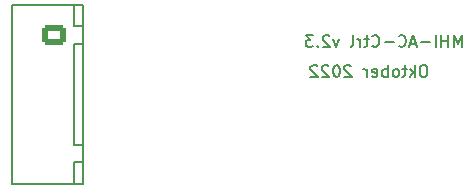
<source format=gbo>
%TF.GenerationSoftware,KiCad,Pcbnew,(6.0.8)*%
%TF.CreationDate,2022-10-25T11:24:58+02:00*%
%TF.ProjectId,MHI-AC-CTRL,4d48492d-4143-42d4-9354-524c2e6b6963,v2.3*%
%TF.SameCoordinates,Original*%
%TF.FileFunction,Legend,Bot*%
%TF.FilePolarity,Positive*%
%FSLAX46Y46*%
G04 Gerber Fmt 4.6, Leading zero omitted, Abs format (unit mm)*
G04 Created by KiCad (PCBNEW (6.0.8)) date 2022-10-25 11:24:58*
%MOMM*%
%LPD*%
G01*
G04 APERTURE LIST*
G04 Aperture macros list*
%AMRoundRect*
0 Rectangle with rounded corners*
0 $1 Rounding radius*
0 $2 $3 $4 $5 $6 $7 $8 $9 X,Y pos of 4 corners*
0 Add a 4 corners polygon primitive as box body*
4,1,4,$2,$3,$4,$5,$6,$7,$8,$9,$2,$3,0*
0 Add four circle primitives for the rounded corners*
1,1,$1+$1,$2,$3*
1,1,$1+$1,$4,$5*
1,1,$1+$1,$6,$7*
1,1,$1+$1,$8,$9*
0 Add four rect primitives between the rounded corners*
20,1,$1+$1,$2,$3,$4,$5,0*
20,1,$1+$1,$4,$5,$6,$7,0*
20,1,$1+$1,$6,$7,$8,$9,0*
20,1,$1+$1,$8,$9,$2,$3,0*%
G04 Aperture macros list end*
%ADD10C,0.150000*%
%ADD11R,2.500000X1.500000*%
%ADD12O,2.500000X1.500000*%
%ADD13RoundRect,0.250000X-0.725000X0.600000X-0.725000X-0.600000X0.725000X-0.600000X0.725000X0.600000X0*%
%ADD14O,1.950000X1.700000*%
%ADD15R,1.700000X1.700000*%
%ADD16O,1.700000X1.700000*%
%ADD17C,1.700000*%
%ADD18RoundRect,0.250000X0.725000X-0.600000X0.725000X0.600000X-0.725000X0.600000X-0.725000X-0.600000X0*%
%ADD19R,2.000000X2.000000*%
%ADD20O,1.600000X2.000000*%
%ADD21C,1.600000*%
%ADD22O,1.600000X1.600000*%
%ADD23O,2.000000X2.000000*%
G04 APERTURE END LIST*
D10*
X80280000Y-47710000D02*
X86240000Y-47710000D01*
X80280000Y-62820000D02*
X80280000Y-47710000D01*
X85490000Y-61020000D02*
X86230000Y-61010000D01*
X86240000Y-62820000D02*
X80280000Y-62820000D01*
X85490000Y-51020000D02*
X85490000Y-59520000D01*
X86240000Y-47710000D02*
X86240000Y-62820000D01*
X85490000Y-51020000D02*
X86240000Y-51020000D01*
X85490000Y-59520000D02*
X86240000Y-59520000D01*
X85490000Y-61020000D02*
X85490000Y-62820000D01*
X85490000Y-49510000D02*
X86240000Y-49510000D01*
X85490000Y-49510000D02*
X85500000Y-47710000D01*
X118331428Y-51252380D02*
X118331428Y-50252380D01*
X117998095Y-50966666D01*
X117664761Y-50252380D01*
X117664761Y-51252380D01*
X117188571Y-51252380D02*
X117188571Y-50252380D01*
X117188571Y-50728571D02*
X116617142Y-50728571D01*
X116617142Y-51252380D02*
X116617142Y-50252380D01*
X116140952Y-51252380D02*
X116140952Y-50252380D01*
X115664761Y-50871428D02*
X114902857Y-50871428D01*
X114474285Y-50966666D02*
X113998095Y-50966666D01*
X114569523Y-51252380D02*
X114236190Y-50252380D01*
X113902857Y-51252380D01*
X112998095Y-51157142D02*
X113045714Y-51204761D01*
X113188571Y-51252380D01*
X113283809Y-51252380D01*
X113426666Y-51204761D01*
X113521904Y-51109523D01*
X113569523Y-51014285D01*
X113617142Y-50823809D01*
X113617142Y-50680952D01*
X113569523Y-50490476D01*
X113521904Y-50395238D01*
X113426666Y-50300000D01*
X113283809Y-50252380D01*
X113188571Y-50252380D01*
X113045714Y-50300000D01*
X112998095Y-50347619D01*
X112569523Y-50871428D02*
X111807619Y-50871428D01*
X110760000Y-51157142D02*
X110807619Y-51204761D01*
X110950476Y-51252380D01*
X111045714Y-51252380D01*
X111188571Y-51204761D01*
X111283809Y-51109523D01*
X111331428Y-51014285D01*
X111379047Y-50823809D01*
X111379047Y-50680952D01*
X111331428Y-50490476D01*
X111283809Y-50395238D01*
X111188571Y-50300000D01*
X111045714Y-50252380D01*
X110950476Y-50252380D01*
X110807619Y-50300000D01*
X110760000Y-50347619D01*
X110474285Y-50585714D02*
X110093333Y-50585714D01*
X110331428Y-50252380D02*
X110331428Y-51109523D01*
X110283809Y-51204761D01*
X110188571Y-51252380D01*
X110093333Y-51252380D01*
X109760000Y-51252380D02*
X109760000Y-50585714D01*
X109760000Y-50776190D02*
X109712380Y-50680952D01*
X109664761Y-50633333D01*
X109569523Y-50585714D01*
X109474285Y-50585714D01*
X108998095Y-51252380D02*
X109093333Y-51204761D01*
X109140952Y-51109523D01*
X109140952Y-50252380D01*
X107950476Y-50585714D02*
X107712380Y-51252380D01*
X107474285Y-50585714D01*
X107140952Y-50347619D02*
X107093333Y-50300000D01*
X106998095Y-50252380D01*
X106760000Y-50252380D01*
X106664761Y-50300000D01*
X106617142Y-50347619D01*
X106569523Y-50442857D01*
X106569523Y-50538095D01*
X106617142Y-50680952D01*
X107188571Y-51252380D01*
X106569523Y-51252380D01*
X106140952Y-51157142D02*
X106093333Y-51204761D01*
X106140952Y-51252380D01*
X106188571Y-51204761D01*
X106140952Y-51157142D01*
X106140952Y-51252380D01*
X105760000Y-50252380D02*
X105140952Y-50252380D01*
X105474285Y-50633333D01*
X105331428Y-50633333D01*
X105236190Y-50680952D01*
X105188571Y-50728571D01*
X105140952Y-50823809D01*
X105140952Y-51061904D01*
X105188571Y-51157142D01*
X105236190Y-51204761D01*
X105331428Y-51252380D01*
X105617142Y-51252380D01*
X105712380Y-51204761D01*
X105760000Y-51157142D01*
X115204285Y-52792380D02*
X115013809Y-52792380D01*
X114918571Y-52840000D01*
X114823333Y-52935238D01*
X114775714Y-53125714D01*
X114775714Y-53459047D01*
X114823333Y-53649523D01*
X114918571Y-53744761D01*
X115013809Y-53792380D01*
X115204285Y-53792380D01*
X115299523Y-53744761D01*
X115394761Y-53649523D01*
X115442380Y-53459047D01*
X115442380Y-53125714D01*
X115394761Y-52935238D01*
X115299523Y-52840000D01*
X115204285Y-52792380D01*
X114347142Y-53792380D02*
X114347142Y-52792380D01*
X114251904Y-53411428D02*
X113966190Y-53792380D01*
X113966190Y-53125714D02*
X114347142Y-53506666D01*
X113680476Y-53125714D02*
X113299523Y-53125714D01*
X113537619Y-52792380D02*
X113537619Y-53649523D01*
X113490000Y-53744761D01*
X113394761Y-53792380D01*
X113299523Y-53792380D01*
X112823333Y-53792380D02*
X112918571Y-53744761D01*
X112966190Y-53697142D01*
X113013809Y-53601904D01*
X113013809Y-53316190D01*
X112966190Y-53220952D01*
X112918571Y-53173333D01*
X112823333Y-53125714D01*
X112680476Y-53125714D01*
X112585238Y-53173333D01*
X112537619Y-53220952D01*
X112490000Y-53316190D01*
X112490000Y-53601904D01*
X112537619Y-53697142D01*
X112585238Y-53744761D01*
X112680476Y-53792380D01*
X112823333Y-53792380D01*
X112061428Y-53792380D02*
X112061428Y-52792380D01*
X112061428Y-53173333D02*
X111966190Y-53125714D01*
X111775714Y-53125714D01*
X111680476Y-53173333D01*
X111632857Y-53220952D01*
X111585238Y-53316190D01*
X111585238Y-53601904D01*
X111632857Y-53697142D01*
X111680476Y-53744761D01*
X111775714Y-53792380D01*
X111966190Y-53792380D01*
X112061428Y-53744761D01*
X110775714Y-53744761D02*
X110870952Y-53792380D01*
X111061428Y-53792380D01*
X111156666Y-53744761D01*
X111204285Y-53649523D01*
X111204285Y-53268571D01*
X111156666Y-53173333D01*
X111061428Y-53125714D01*
X110870952Y-53125714D01*
X110775714Y-53173333D01*
X110728095Y-53268571D01*
X110728095Y-53363809D01*
X111204285Y-53459047D01*
X110299523Y-53792380D02*
X110299523Y-53125714D01*
X110299523Y-53316190D02*
X110251904Y-53220952D01*
X110204285Y-53173333D01*
X110109047Y-53125714D01*
X110013809Y-53125714D01*
X108966190Y-52887619D02*
X108918571Y-52840000D01*
X108823333Y-52792380D01*
X108585238Y-52792380D01*
X108490000Y-52840000D01*
X108442380Y-52887619D01*
X108394761Y-52982857D01*
X108394761Y-53078095D01*
X108442380Y-53220952D01*
X109013809Y-53792380D01*
X108394761Y-53792380D01*
X107775714Y-52792380D02*
X107680476Y-52792380D01*
X107585238Y-52840000D01*
X107537619Y-52887619D01*
X107490000Y-52982857D01*
X107442380Y-53173333D01*
X107442380Y-53411428D01*
X107490000Y-53601904D01*
X107537619Y-53697142D01*
X107585238Y-53744761D01*
X107680476Y-53792380D01*
X107775714Y-53792380D01*
X107870952Y-53744761D01*
X107918571Y-53697142D01*
X107966190Y-53601904D01*
X108013809Y-53411428D01*
X108013809Y-53173333D01*
X107966190Y-52982857D01*
X107918571Y-52887619D01*
X107870952Y-52840000D01*
X107775714Y-52792380D01*
X107061428Y-52887619D02*
X107013809Y-52840000D01*
X106918571Y-52792380D01*
X106680476Y-52792380D01*
X106585238Y-52840000D01*
X106537619Y-52887619D01*
X106490000Y-52982857D01*
X106490000Y-53078095D01*
X106537619Y-53220952D01*
X107109047Y-53792380D01*
X106490000Y-53792380D01*
X106109047Y-52887619D02*
X106061428Y-52840000D01*
X105966190Y-52792380D01*
X105728095Y-52792380D01*
X105632857Y-52840000D01*
X105585238Y-52887619D01*
X105537619Y-52982857D01*
X105537619Y-53078095D01*
X105585238Y-53220952D01*
X106156666Y-53792380D01*
X105537619Y-53792380D01*
%LPC*%
D11*
%TO.C,U1*%
X99669600Y-55270400D03*
D12*
X99669600Y-52730400D03*
X99669600Y-50190400D03*
%TD*%
D13*
%TO.C,J1*%
X83786200Y-50270400D03*
D14*
X83786200Y-52770400D03*
X83786200Y-55270400D03*
X83786200Y-57770400D03*
X83786200Y-60270400D03*
%TD*%
D15*
%TO.C,U3*%
X104140000Y-46990000D03*
D16*
X106680000Y-46990000D03*
X109220000Y-46990000D03*
X111760000Y-46990000D03*
X114300000Y-46990000D03*
X116840000Y-46990000D03*
D17*
X104140000Y-57150000D03*
D16*
X106680000Y-57150000D03*
X109220000Y-57150000D03*
X111760000Y-57150000D03*
X114300000Y-57150000D03*
X116840000Y-57150000D03*
%TD*%
D18*
%TO.C,J3*%
X84323600Y-44450000D03*
D14*
X84323600Y-41950000D03*
X84323600Y-39450000D03*
%TD*%
D19*
%TO.C,U2*%
X93980000Y-62230000D03*
D20*
X96520000Y-62230000D03*
X99060000Y-62230000D03*
X101600000Y-62230000D03*
X104140000Y-62230000D03*
X106680000Y-62230000D03*
X109220000Y-62230000D03*
X111760000Y-62230000D03*
X111760000Y-39370000D03*
X109220000Y-39370000D03*
X106680000Y-39370000D03*
X104140000Y-39370000D03*
X101600000Y-39370000D03*
X99060000Y-39370000D03*
X96520000Y-39370000D03*
X93980000Y-39370000D03*
%TD*%
D21*
%TO.C,C3*%
X111760000Y-43180000D03*
X109260000Y-43180000D03*
%TD*%
%TO.C,R1*%
X93980000Y-43815000D03*
D22*
X104140000Y-43815000D03*
%TD*%
D19*
%TO.C,C1*%
X90119200Y-41979200D03*
D23*
X90119200Y-56979200D03*
%TD*%
D21*
%TO.C,C2*%
X87630000Y-60401200D03*
X90130000Y-60401200D03*
%TD*%
M02*

</source>
